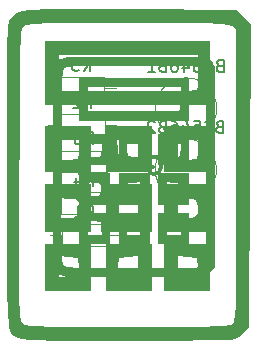
<source format=gbr>
%TF.GenerationSoftware,KiCad,Pcbnew,7.0.7*%
%TF.CreationDate,2023-10-16T17:51:31+02:00*%
%TF.ProjectId,bc546b-astable-multivibrator,62633534-3662-42d6-9173-7461626c652d,0*%
%TF.SameCoordinates,Original*%
%TF.FileFunction,Legend,Bot*%
%TF.FilePolarity,Positive*%
%FSLAX46Y46*%
G04 Gerber Fmt 4.6, Leading zero omitted, Abs format (unit mm)*
G04 Created by KiCad (PCBNEW 7.0.7) date 2023-10-16 17:51:31*
%MOMM*%
%LPD*%
G01*
G04 APERTURE LIST*
%ADD10C,0.150000*%
%ADD11C,0.300000*%
%ADD12C,0.120000*%
G04 APERTURE END LIST*
D10*
X93376666Y-73134819D02*
X93709999Y-72658628D01*
X93948094Y-73134819D02*
X93948094Y-72134819D01*
X93948094Y-72134819D02*
X93567142Y-72134819D01*
X93567142Y-72134819D02*
X93471904Y-72182438D01*
X93471904Y-72182438D02*
X93424285Y-72230057D01*
X93424285Y-72230057D02*
X93376666Y-72325295D01*
X93376666Y-72325295D02*
X93376666Y-72468152D01*
X93376666Y-72468152D02*
X93424285Y-72563390D01*
X93424285Y-72563390D02*
X93471904Y-72611009D01*
X93471904Y-72611009D02*
X93567142Y-72658628D01*
X93567142Y-72658628D02*
X93948094Y-72658628D01*
X92424285Y-73134819D02*
X92995713Y-73134819D01*
X92709999Y-73134819D02*
X92709999Y-72134819D01*
X92709999Y-72134819D02*
X92805237Y-72277676D01*
X92805237Y-72277676D02*
X92900475Y-72372914D01*
X92900475Y-72372914D02*
X92995713Y-72420533D01*
X93356666Y-70434819D02*
X93689999Y-69958628D01*
X93928094Y-70434819D02*
X93928094Y-69434819D01*
X93928094Y-69434819D02*
X93547142Y-69434819D01*
X93547142Y-69434819D02*
X93451904Y-69482438D01*
X93451904Y-69482438D02*
X93404285Y-69530057D01*
X93404285Y-69530057D02*
X93356666Y-69625295D01*
X93356666Y-69625295D02*
X93356666Y-69768152D01*
X93356666Y-69768152D02*
X93404285Y-69863390D01*
X93404285Y-69863390D02*
X93451904Y-69911009D01*
X93451904Y-69911009D02*
X93547142Y-69958628D01*
X93547142Y-69958628D02*
X93928094Y-69958628D01*
X92499523Y-69768152D02*
X92499523Y-70434819D01*
X92737618Y-69387200D02*
X92975713Y-70101485D01*
X92975713Y-70101485D02*
X92356666Y-70101485D01*
D11*
X98821427Y-68049757D02*
X98964285Y-67978328D01*
X98964285Y-67978328D02*
X99178570Y-67978328D01*
X99178570Y-67978328D02*
X99392856Y-68049757D01*
X99392856Y-68049757D02*
X99535713Y-68192614D01*
X99535713Y-68192614D02*
X99607142Y-68335471D01*
X99607142Y-68335471D02*
X99678570Y-68621185D01*
X99678570Y-68621185D02*
X99678570Y-68835471D01*
X99678570Y-68835471D02*
X99607142Y-69121185D01*
X99607142Y-69121185D02*
X99535713Y-69264042D01*
X99535713Y-69264042D02*
X99392856Y-69406900D01*
X99392856Y-69406900D02*
X99178570Y-69478328D01*
X99178570Y-69478328D02*
X99035713Y-69478328D01*
X99035713Y-69478328D02*
X98821427Y-69406900D01*
X98821427Y-69406900D02*
X98749999Y-69335471D01*
X98749999Y-69335471D02*
X98749999Y-68835471D01*
X98749999Y-68835471D02*
X99035713Y-68835471D01*
X97892856Y-67978328D02*
X97892856Y-68335471D01*
X98249999Y-68192614D02*
X97892856Y-68335471D01*
X97892856Y-68335471D02*
X97535713Y-68192614D01*
X98107142Y-68621185D02*
X97892856Y-68335471D01*
X97892856Y-68335471D02*
X97678570Y-68621185D01*
X96749999Y-67978328D02*
X96749999Y-68335471D01*
X97107142Y-68192614D02*
X96749999Y-68335471D01*
X96749999Y-68335471D02*
X96392856Y-68192614D01*
X96964285Y-68621185D02*
X96749999Y-68335471D01*
X96749999Y-68335471D02*
X96535713Y-68621185D01*
X95607142Y-67978328D02*
X95607142Y-68335471D01*
X95964285Y-68192614D02*
X95607142Y-68335471D01*
X95607142Y-68335471D02*
X95249999Y-68192614D01*
X95821428Y-68621185D02*
X95607142Y-68335471D01*
X95607142Y-68335471D02*
X95392856Y-68621185D01*
D10*
X104663333Y-60271009D02*
X104520476Y-60318628D01*
X104520476Y-60318628D02*
X104472857Y-60366247D01*
X104472857Y-60366247D02*
X104425238Y-60461485D01*
X104425238Y-60461485D02*
X104425238Y-60604342D01*
X104425238Y-60604342D02*
X104472857Y-60699580D01*
X104472857Y-60699580D02*
X104520476Y-60747200D01*
X104520476Y-60747200D02*
X104615714Y-60794819D01*
X104615714Y-60794819D02*
X104996666Y-60794819D01*
X104996666Y-60794819D02*
X104996666Y-59794819D01*
X104996666Y-59794819D02*
X104663333Y-59794819D01*
X104663333Y-59794819D02*
X104568095Y-59842438D01*
X104568095Y-59842438D02*
X104520476Y-59890057D01*
X104520476Y-59890057D02*
X104472857Y-59985295D01*
X104472857Y-59985295D02*
X104472857Y-60080533D01*
X104472857Y-60080533D02*
X104520476Y-60175771D01*
X104520476Y-60175771D02*
X104568095Y-60223390D01*
X104568095Y-60223390D02*
X104663333Y-60271009D01*
X104663333Y-60271009D02*
X104996666Y-60271009D01*
X103425238Y-60699580D02*
X103472857Y-60747200D01*
X103472857Y-60747200D02*
X103615714Y-60794819D01*
X103615714Y-60794819D02*
X103710952Y-60794819D01*
X103710952Y-60794819D02*
X103853809Y-60747200D01*
X103853809Y-60747200D02*
X103949047Y-60651961D01*
X103949047Y-60651961D02*
X103996666Y-60556723D01*
X103996666Y-60556723D02*
X104044285Y-60366247D01*
X104044285Y-60366247D02*
X104044285Y-60223390D01*
X104044285Y-60223390D02*
X103996666Y-60032914D01*
X103996666Y-60032914D02*
X103949047Y-59937676D01*
X103949047Y-59937676D02*
X103853809Y-59842438D01*
X103853809Y-59842438D02*
X103710952Y-59794819D01*
X103710952Y-59794819D02*
X103615714Y-59794819D01*
X103615714Y-59794819D02*
X103472857Y-59842438D01*
X103472857Y-59842438D02*
X103425238Y-59890057D01*
X102520476Y-59794819D02*
X102996666Y-59794819D01*
X102996666Y-59794819D02*
X103044285Y-60271009D01*
X103044285Y-60271009D02*
X102996666Y-60223390D01*
X102996666Y-60223390D02*
X102901428Y-60175771D01*
X102901428Y-60175771D02*
X102663333Y-60175771D01*
X102663333Y-60175771D02*
X102568095Y-60223390D01*
X102568095Y-60223390D02*
X102520476Y-60271009D01*
X102520476Y-60271009D02*
X102472857Y-60366247D01*
X102472857Y-60366247D02*
X102472857Y-60604342D01*
X102472857Y-60604342D02*
X102520476Y-60699580D01*
X102520476Y-60699580D02*
X102568095Y-60747200D01*
X102568095Y-60747200D02*
X102663333Y-60794819D01*
X102663333Y-60794819D02*
X102901428Y-60794819D01*
X102901428Y-60794819D02*
X102996666Y-60747200D01*
X102996666Y-60747200D02*
X103044285Y-60699580D01*
X101615714Y-60128152D02*
X101615714Y-60794819D01*
X101853809Y-59747200D02*
X102091904Y-60461485D01*
X102091904Y-60461485D02*
X101472857Y-60461485D01*
X100663333Y-59794819D02*
X100853809Y-59794819D01*
X100853809Y-59794819D02*
X100949047Y-59842438D01*
X100949047Y-59842438D02*
X100996666Y-59890057D01*
X100996666Y-59890057D02*
X101091904Y-60032914D01*
X101091904Y-60032914D02*
X101139523Y-60223390D01*
X101139523Y-60223390D02*
X101139523Y-60604342D01*
X101139523Y-60604342D02*
X101091904Y-60699580D01*
X101091904Y-60699580D02*
X101044285Y-60747200D01*
X101044285Y-60747200D02*
X100949047Y-60794819D01*
X100949047Y-60794819D02*
X100758571Y-60794819D01*
X100758571Y-60794819D02*
X100663333Y-60747200D01*
X100663333Y-60747200D02*
X100615714Y-60699580D01*
X100615714Y-60699580D02*
X100568095Y-60604342D01*
X100568095Y-60604342D02*
X100568095Y-60366247D01*
X100568095Y-60366247D02*
X100615714Y-60271009D01*
X100615714Y-60271009D02*
X100663333Y-60223390D01*
X100663333Y-60223390D02*
X100758571Y-60175771D01*
X100758571Y-60175771D02*
X100949047Y-60175771D01*
X100949047Y-60175771D02*
X101044285Y-60223390D01*
X101044285Y-60223390D02*
X101091904Y-60271009D01*
X101091904Y-60271009D02*
X101139523Y-60366247D01*
X99806190Y-60271009D02*
X99663333Y-60318628D01*
X99663333Y-60318628D02*
X99615714Y-60366247D01*
X99615714Y-60366247D02*
X99568095Y-60461485D01*
X99568095Y-60461485D02*
X99568095Y-60604342D01*
X99568095Y-60604342D02*
X99615714Y-60699580D01*
X99615714Y-60699580D02*
X99663333Y-60747200D01*
X99663333Y-60747200D02*
X99758571Y-60794819D01*
X99758571Y-60794819D02*
X100139523Y-60794819D01*
X100139523Y-60794819D02*
X100139523Y-59794819D01*
X100139523Y-59794819D02*
X99806190Y-59794819D01*
X99806190Y-59794819D02*
X99710952Y-59842438D01*
X99710952Y-59842438D02*
X99663333Y-59890057D01*
X99663333Y-59890057D02*
X99615714Y-59985295D01*
X99615714Y-59985295D02*
X99615714Y-60080533D01*
X99615714Y-60080533D02*
X99663333Y-60175771D01*
X99663333Y-60175771D02*
X99710952Y-60223390D01*
X99710952Y-60223390D02*
X99806190Y-60271009D01*
X99806190Y-60271009D02*
X100139523Y-60271009D01*
X98615714Y-60794819D02*
X99187142Y-60794819D01*
X98901428Y-60794819D02*
X98901428Y-59794819D01*
X98901428Y-59794819D02*
X98996666Y-59937676D01*
X98996666Y-59937676D02*
X99091904Y-60032914D01*
X99091904Y-60032914D02*
X99187142Y-60080533D01*
X93356666Y-66934819D02*
X93689999Y-66458628D01*
X93928094Y-66934819D02*
X93928094Y-65934819D01*
X93928094Y-65934819D02*
X93547142Y-65934819D01*
X93547142Y-65934819D02*
X93451904Y-65982438D01*
X93451904Y-65982438D02*
X93404285Y-66030057D01*
X93404285Y-66030057D02*
X93356666Y-66125295D01*
X93356666Y-66125295D02*
X93356666Y-66268152D01*
X93356666Y-66268152D02*
X93404285Y-66363390D01*
X93404285Y-66363390D02*
X93451904Y-66411009D01*
X93451904Y-66411009D02*
X93547142Y-66458628D01*
X93547142Y-66458628D02*
X93928094Y-66458628D01*
X92499523Y-65934819D02*
X92689999Y-65934819D01*
X92689999Y-65934819D02*
X92785237Y-65982438D01*
X92785237Y-65982438D02*
X92832856Y-66030057D01*
X92832856Y-66030057D02*
X92928094Y-66172914D01*
X92928094Y-66172914D02*
X92975713Y-66363390D01*
X92975713Y-66363390D02*
X92975713Y-66744342D01*
X92975713Y-66744342D02*
X92928094Y-66839580D01*
X92928094Y-66839580D02*
X92880475Y-66887200D01*
X92880475Y-66887200D02*
X92785237Y-66934819D01*
X92785237Y-66934819D02*
X92594761Y-66934819D01*
X92594761Y-66934819D02*
X92499523Y-66887200D01*
X92499523Y-66887200D02*
X92451904Y-66839580D01*
X92451904Y-66839580D02*
X92404285Y-66744342D01*
X92404285Y-66744342D02*
X92404285Y-66506247D01*
X92404285Y-66506247D02*
X92451904Y-66411009D01*
X92451904Y-66411009D02*
X92499523Y-66363390D01*
X92499523Y-66363390D02*
X92594761Y-66315771D01*
X92594761Y-66315771D02*
X92785237Y-66315771D01*
X92785237Y-66315771D02*
X92880475Y-66363390D01*
X92880475Y-66363390D02*
X92928094Y-66411009D01*
X92928094Y-66411009D02*
X92975713Y-66506247D01*
X93156666Y-60734819D02*
X93489999Y-60258628D01*
X93728094Y-60734819D02*
X93728094Y-59734819D01*
X93728094Y-59734819D02*
X93347142Y-59734819D01*
X93347142Y-59734819D02*
X93251904Y-59782438D01*
X93251904Y-59782438D02*
X93204285Y-59830057D01*
X93204285Y-59830057D02*
X93156666Y-59925295D01*
X93156666Y-59925295D02*
X93156666Y-60068152D01*
X93156666Y-60068152D02*
X93204285Y-60163390D01*
X93204285Y-60163390D02*
X93251904Y-60211009D01*
X93251904Y-60211009D02*
X93347142Y-60258628D01*
X93347142Y-60258628D02*
X93728094Y-60258628D01*
X92251904Y-59734819D02*
X92728094Y-59734819D01*
X92728094Y-59734819D02*
X92775713Y-60211009D01*
X92775713Y-60211009D02*
X92728094Y-60163390D01*
X92728094Y-60163390D02*
X92632856Y-60115771D01*
X92632856Y-60115771D02*
X92394761Y-60115771D01*
X92394761Y-60115771D02*
X92299523Y-60163390D01*
X92299523Y-60163390D02*
X92251904Y-60211009D01*
X92251904Y-60211009D02*
X92204285Y-60306247D01*
X92204285Y-60306247D02*
X92204285Y-60544342D01*
X92204285Y-60544342D02*
X92251904Y-60639580D01*
X92251904Y-60639580D02*
X92299523Y-60687200D01*
X92299523Y-60687200D02*
X92394761Y-60734819D01*
X92394761Y-60734819D02*
X92632856Y-60734819D01*
X92632856Y-60734819D02*
X92728094Y-60687200D01*
X92728094Y-60687200D02*
X92775713Y-60639580D01*
X93166666Y-63834819D02*
X93499999Y-63358628D01*
X93738094Y-63834819D02*
X93738094Y-62834819D01*
X93738094Y-62834819D02*
X93357142Y-62834819D01*
X93357142Y-62834819D02*
X93261904Y-62882438D01*
X93261904Y-62882438D02*
X93214285Y-62930057D01*
X93214285Y-62930057D02*
X93166666Y-63025295D01*
X93166666Y-63025295D02*
X93166666Y-63168152D01*
X93166666Y-63168152D02*
X93214285Y-63263390D01*
X93214285Y-63263390D02*
X93261904Y-63311009D01*
X93261904Y-63311009D02*
X93357142Y-63358628D01*
X93357142Y-63358628D02*
X93738094Y-63358628D01*
X92785713Y-62930057D02*
X92738094Y-62882438D01*
X92738094Y-62882438D02*
X92642856Y-62834819D01*
X92642856Y-62834819D02*
X92404761Y-62834819D01*
X92404761Y-62834819D02*
X92309523Y-62882438D01*
X92309523Y-62882438D02*
X92261904Y-62930057D01*
X92261904Y-62930057D02*
X92214285Y-63025295D01*
X92214285Y-63025295D02*
X92214285Y-63120533D01*
X92214285Y-63120533D02*
X92261904Y-63263390D01*
X92261904Y-63263390D02*
X92833332Y-63834819D01*
X92833332Y-63834819D02*
X92214285Y-63834819D01*
X104633333Y-65441009D02*
X104490476Y-65488628D01*
X104490476Y-65488628D02*
X104442857Y-65536247D01*
X104442857Y-65536247D02*
X104395238Y-65631485D01*
X104395238Y-65631485D02*
X104395238Y-65774342D01*
X104395238Y-65774342D02*
X104442857Y-65869580D01*
X104442857Y-65869580D02*
X104490476Y-65917200D01*
X104490476Y-65917200D02*
X104585714Y-65964819D01*
X104585714Y-65964819D02*
X104966666Y-65964819D01*
X104966666Y-65964819D02*
X104966666Y-64964819D01*
X104966666Y-64964819D02*
X104633333Y-64964819D01*
X104633333Y-64964819D02*
X104538095Y-65012438D01*
X104538095Y-65012438D02*
X104490476Y-65060057D01*
X104490476Y-65060057D02*
X104442857Y-65155295D01*
X104442857Y-65155295D02*
X104442857Y-65250533D01*
X104442857Y-65250533D02*
X104490476Y-65345771D01*
X104490476Y-65345771D02*
X104538095Y-65393390D01*
X104538095Y-65393390D02*
X104633333Y-65441009D01*
X104633333Y-65441009D02*
X104966666Y-65441009D01*
X103395238Y-65869580D02*
X103442857Y-65917200D01*
X103442857Y-65917200D02*
X103585714Y-65964819D01*
X103585714Y-65964819D02*
X103680952Y-65964819D01*
X103680952Y-65964819D02*
X103823809Y-65917200D01*
X103823809Y-65917200D02*
X103919047Y-65821961D01*
X103919047Y-65821961D02*
X103966666Y-65726723D01*
X103966666Y-65726723D02*
X104014285Y-65536247D01*
X104014285Y-65536247D02*
X104014285Y-65393390D01*
X104014285Y-65393390D02*
X103966666Y-65202914D01*
X103966666Y-65202914D02*
X103919047Y-65107676D01*
X103919047Y-65107676D02*
X103823809Y-65012438D01*
X103823809Y-65012438D02*
X103680952Y-64964819D01*
X103680952Y-64964819D02*
X103585714Y-64964819D01*
X103585714Y-64964819D02*
X103442857Y-65012438D01*
X103442857Y-65012438D02*
X103395238Y-65060057D01*
X102490476Y-64964819D02*
X102966666Y-64964819D01*
X102966666Y-64964819D02*
X103014285Y-65441009D01*
X103014285Y-65441009D02*
X102966666Y-65393390D01*
X102966666Y-65393390D02*
X102871428Y-65345771D01*
X102871428Y-65345771D02*
X102633333Y-65345771D01*
X102633333Y-65345771D02*
X102538095Y-65393390D01*
X102538095Y-65393390D02*
X102490476Y-65441009D01*
X102490476Y-65441009D02*
X102442857Y-65536247D01*
X102442857Y-65536247D02*
X102442857Y-65774342D01*
X102442857Y-65774342D02*
X102490476Y-65869580D01*
X102490476Y-65869580D02*
X102538095Y-65917200D01*
X102538095Y-65917200D02*
X102633333Y-65964819D01*
X102633333Y-65964819D02*
X102871428Y-65964819D01*
X102871428Y-65964819D02*
X102966666Y-65917200D01*
X102966666Y-65917200D02*
X103014285Y-65869580D01*
X101585714Y-65298152D02*
X101585714Y-65964819D01*
X101823809Y-64917200D02*
X102061904Y-65631485D01*
X102061904Y-65631485D02*
X101442857Y-65631485D01*
X100633333Y-64964819D02*
X100823809Y-64964819D01*
X100823809Y-64964819D02*
X100919047Y-65012438D01*
X100919047Y-65012438D02*
X100966666Y-65060057D01*
X100966666Y-65060057D02*
X101061904Y-65202914D01*
X101061904Y-65202914D02*
X101109523Y-65393390D01*
X101109523Y-65393390D02*
X101109523Y-65774342D01*
X101109523Y-65774342D02*
X101061904Y-65869580D01*
X101061904Y-65869580D02*
X101014285Y-65917200D01*
X101014285Y-65917200D02*
X100919047Y-65964819D01*
X100919047Y-65964819D02*
X100728571Y-65964819D01*
X100728571Y-65964819D02*
X100633333Y-65917200D01*
X100633333Y-65917200D02*
X100585714Y-65869580D01*
X100585714Y-65869580D02*
X100538095Y-65774342D01*
X100538095Y-65774342D02*
X100538095Y-65536247D01*
X100538095Y-65536247D02*
X100585714Y-65441009D01*
X100585714Y-65441009D02*
X100633333Y-65393390D01*
X100633333Y-65393390D02*
X100728571Y-65345771D01*
X100728571Y-65345771D02*
X100919047Y-65345771D01*
X100919047Y-65345771D02*
X101014285Y-65393390D01*
X101014285Y-65393390D02*
X101061904Y-65441009D01*
X101061904Y-65441009D02*
X101109523Y-65536247D01*
X99776190Y-65441009D02*
X99633333Y-65488628D01*
X99633333Y-65488628D02*
X99585714Y-65536247D01*
X99585714Y-65536247D02*
X99538095Y-65631485D01*
X99538095Y-65631485D02*
X99538095Y-65774342D01*
X99538095Y-65774342D02*
X99585714Y-65869580D01*
X99585714Y-65869580D02*
X99633333Y-65917200D01*
X99633333Y-65917200D02*
X99728571Y-65964819D01*
X99728571Y-65964819D02*
X100109523Y-65964819D01*
X100109523Y-65964819D02*
X100109523Y-64964819D01*
X100109523Y-64964819D02*
X99776190Y-64964819D01*
X99776190Y-64964819D02*
X99680952Y-65012438D01*
X99680952Y-65012438D02*
X99633333Y-65060057D01*
X99633333Y-65060057D02*
X99585714Y-65155295D01*
X99585714Y-65155295D02*
X99585714Y-65250533D01*
X99585714Y-65250533D02*
X99633333Y-65345771D01*
X99633333Y-65345771D02*
X99680952Y-65393390D01*
X99680952Y-65393390D02*
X99776190Y-65441009D01*
X99776190Y-65441009D02*
X100109523Y-65441009D01*
X99157142Y-65060057D02*
X99109523Y-65012438D01*
X99109523Y-65012438D02*
X99014285Y-64964819D01*
X99014285Y-64964819D02*
X98776190Y-64964819D01*
X98776190Y-64964819D02*
X98680952Y-65012438D01*
X98680952Y-65012438D02*
X98633333Y-65060057D01*
X98633333Y-65060057D02*
X98585714Y-65155295D01*
X98585714Y-65155295D02*
X98585714Y-65250533D01*
X98585714Y-65250533D02*
X98633333Y-65393390D01*
X98633333Y-65393390D02*
X99204761Y-65964819D01*
X99204761Y-65964819D02*
X98585714Y-65964819D01*
D12*
%TO.C,R1*%
X96080000Y-74600000D02*
X95130000Y-74600000D01*
X95130000Y-75520000D02*
X91290000Y-75520000D01*
X95130000Y-73680000D02*
X95130000Y-75520000D01*
X91290000Y-75520000D02*
X91290000Y-73680000D01*
X91290000Y-73680000D02*
X95130000Y-73680000D01*
X90340000Y-74600000D02*
X91290000Y-74600000D01*
%TO.C,R4*%
X96060000Y-71900000D02*
X95110000Y-71900000D01*
X95110000Y-72820000D02*
X91270000Y-72820000D01*
X95110000Y-70980000D02*
X95110000Y-72820000D01*
X91270000Y-72820000D02*
X91270000Y-70980000D01*
X91270000Y-70980000D02*
X95110000Y-70980000D01*
X90320000Y-71900000D02*
X91270000Y-71900000D01*
%TO.C,G\u002A\u002A\u002A*%
G36*
X102035714Y-75376786D02*
G01*
X100731696Y-75376786D01*
X99427679Y-75376786D01*
X99427679Y-74583036D01*
X100221429Y-74583036D01*
X100794606Y-74583036D01*
X101367783Y-74583036D01*
X101333222Y-74044420D01*
X101298661Y-73505804D01*
X100760045Y-73471242D01*
X100221429Y-73436681D01*
X100221429Y-74009858D01*
X100221429Y-74583036D01*
X99427679Y-74583036D01*
X99427679Y-74072768D01*
X99427679Y-72768750D01*
X100731696Y-72768750D01*
X102035714Y-72768750D01*
X102035714Y-74072768D01*
X102035714Y-74583036D01*
X102035714Y-75376786D01*
G37*
G36*
X98747321Y-74072768D02*
G01*
X98747321Y-75376786D01*
X97443304Y-75376786D01*
X96139286Y-75376786D01*
X96139286Y-74583036D01*
X96807217Y-74583036D01*
X97380394Y-74583036D01*
X97953571Y-74583036D01*
X97953571Y-74009858D01*
X97953571Y-73436681D01*
X97414955Y-73471242D01*
X96876339Y-73505804D01*
X96841778Y-74044420D01*
X96807217Y-74583036D01*
X96139286Y-74583036D01*
X96139286Y-74072768D01*
X96139286Y-72768750D01*
X97443304Y-72768750D01*
X98747321Y-72768750D01*
X98747321Y-73436681D01*
X98747321Y-74072768D01*
G37*
G36*
X98747321Y-70727679D02*
G01*
X98747321Y-72088393D01*
X97443304Y-72088393D01*
X96139286Y-72088393D01*
X96139286Y-71237946D01*
X96876339Y-71237946D01*
X97414955Y-71272508D01*
X97953571Y-71307069D01*
X97953571Y-70727679D01*
X97953571Y-70148288D01*
X97414955Y-70182849D01*
X96876339Y-70217411D01*
X96876339Y-70727679D01*
X96876339Y-71237946D01*
X96139286Y-71237946D01*
X96139286Y-70727679D01*
X96139286Y-69366964D01*
X97443304Y-69366964D01*
X98747321Y-69366964D01*
X98747321Y-70148288D01*
X98747321Y-70727679D01*
G37*
G36*
X98747321Y-67382589D02*
G01*
X98747321Y-68686607D01*
X97443304Y-68686607D01*
X96139286Y-68686607D01*
X96139286Y-67382589D01*
X96139286Y-66872321D01*
X96807217Y-66872321D01*
X96841778Y-67410937D01*
X96876339Y-67949554D01*
X97414955Y-67984115D01*
X97953571Y-68018676D01*
X97953571Y-67445499D01*
X97953571Y-66872321D01*
X97380394Y-66872321D01*
X96807217Y-66872321D01*
X96139286Y-66872321D01*
X96139286Y-66078571D01*
X97443304Y-66078571D01*
X98747321Y-66078571D01*
X98747321Y-66872321D01*
X98747321Y-67382589D01*
G37*
G36*
X95345536Y-75376786D02*
G01*
X94041518Y-75376786D01*
X92737500Y-75376786D01*
X92737500Y-74583036D01*
X93531250Y-74583036D01*
X94104427Y-74583036D01*
X94677605Y-74583036D01*
X94643043Y-74044420D01*
X94608482Y-73505804D01*
X94069866Y-73471242D01*
X93531250Y-73436681D01*
X93531250Y-74009858D01*
X93531250Y-74583036D01*
X92737500Y-74583036D01*
X92737500Y-74072768D01*
X92737500Y-72768750D01*
X94041518Y-72768750D01*
X95345536Y-72768750D01*
X95345536Y-74072768D01*
X95345536Y-74583036D01*
X95345536Y-75376786D01*
G37*
G36*
X102035714Y-72088393D02*
G01*
X100731696Y-72088393D01*
X99427679Y-72088393D01*
X99427679Y-71294643D01*
X100221429Y-71294643D01*
X100735255Y-71294643D01*
X101011046Y-71281080D01*
X101248943Y-71192485D01*
X101343436Y-70980068D01*
X101334998Y-70596732D01*
X101315163Y-70434585D01*
X101249792Y-70282275D01*
X101086143Y-70213761D01*
X100760045Y-70182849D01*
X100221429Y-70148288D01*
X100221429Y-70721466D01*
X100221429Y-71294643D01*
X99427679Y-71294643D01*
X99427679Y-70727679D01*
X99427679Y-69366964D01*
X100731696Y-69366964D01*
X102035714Y-69366964D01*
X102035714Y-70727679D01*
X102035714Y-70980068D01*
X102035714Y-72088393D01*
G37*
G36*
X102035714Y-67382589D02*
G01*
X102035714Y-68686607D01*
X100731696Y-68686607D01*
X99427679Y-68686607D01*
X99427679Y-68006250D01*
X100221429Y-68006250D01*
X100712798Y-68006250D01*
X100839652Y-68003781D01*
X101128743Y-67977134D01*
X101279762Y-67930655D01*
X101298898Y-67895468D01*
X101339274Y-67681888D01*
X101355357Y-67363690D01*
X101355357Y-66872321D01*
X100788393Y-66872321D01*
X100221429Y-66872321D01*
X100221429Y-67439286D01*
X100221429Y-68006250D01*
X99427679Y-68006250D01*
X99427679Y-67382589D01*
X99427679Y-66078571D01*
X100731696Y-66078571D01*
X102035714Y-66078571D01*
X102035714Y-66872321D01*
X102035714Y-67382589D01*
G37*
G36*
X95345536Y-72088393D02*
G01*
X94041518Y-72088393D01*
X92737500Y-72088393D01*
X92737500Y-71294643D01*
X93531250Y-71294643D01*
X94045077Y-71294643D01*
X94320867Y-71281080D01*
X94558764Y-71192485D01*
X94653258Y-70980068D01*
X94644820Y-70596732D01*
X94624984Y-70434585D01*
X94559613Y-70282275D01*
X94395965Y-70213761D01*
X94069866Y-70182849D01*
X93531250Y-70148288D01*
X93531250Y-70721466D01*
X93531250Y-71294643D01*
X92737500Y-71294643D01*
X92737500Y-70727679D01*
X92737500Y-69366964D01*
X94041518Y-69366964D01*
X95345536Y-69366964D01*
X95345536Y-70727679D01*
X95345536Y-70980068D01*
X95345536Y-72088393D01*
G37*
G36*
X95345536Y-67382589D02*
G01*
X95345536Y-68686607D01*
X94041518Y-68686607D01*
X92737500Y-68686607D01*
X92737500Y-68006250D01*
X93531250Y-68006250D01*
X94022619Y-68006250D01*
X94149474Y-68003781D01*
X94438565Y-67977134D01*
X94589583Y-67930655D01*
X94608720Y-67895468D01*
X94649096Y-67681888D01*
X94665179Y-67363690D01*
X94665179Y-66872321D01*
X94098214Y-66872321D01*
X93531250Y-66872321D01*
X93531250Y-67439286D01*
X93531250Y-68006250D01*
X92737500Y-68006250D01*
X92737500Y-67382589D01*
X92737500Y-66078571D01*
X94041518Y-66078571D01*
X95345536Y-66078571D01*
X95345536Y-66872321D01*
X95345536Y-67382589D01*
G37*
G36*
X102035714Y-63130357D02*
G01*
X102035714Y-64944643D01*
X97386607Y-64944643D01*
X92737500Y-64944643D01*
X92737500Y-64150893D01*
X93531250Y-64150893D01*
X97367708Y-64150893D01*
X98051088Y-64149688D01*
X98910592Y-64144528D01*
X99677259Y-64135783D01*
X100324298Y-64123969D01*
X100824921Y-64109606D01*
X101152339Y-64093209D01*
X101279762Y-64075298D01*
X101291694Y-64051524D01*
X101324182Y-63849320D01*
X101346843Y-63497623D01*
X101355357Y-63054762D01*
X101355357Y-62109821D01*
X97443304Y-62109821D01*
X93531250Y-62109821D01*
X93531250Y-63130357D01*
X93531250Y-64150893D01*
X92737500Y-64150893D01*
X92737500Y-63130357D01*
X92737500Y-61316071D01*
X97386607Y-61316071D01*
X102035714Y-61316071D01*
X102035714Y-62109821D01*
X102035714Y-63130357D01*
G37*
G36*
X104277334Y-68904934D02*
G01*
X104246875Y-77399664D01*
X103963393Y-77704643D01*
X103942470Y-77726768D01*
X103684422Y-77957014D01*
X103453125Y-78103427D01*
X103431041Y-78108743D01*
X103215487Y-78126870D01*
X102801836Y-78143981D01*
X102212400Y-78159702D01*
X101469489Y-78173661D01*
X100595414Y-78185485D01*
X99612488Y-78194801D01*
X98543021Y-78201237D01*
X97409324Y-78204420D01*
X96949424Y-78204908D01*
X95692691Y-78205083D01*
X94638187Y-78202904D01*
X93767432Y-78197884D01*
X93061943Y-78189533D01*
X92503238Y-78177363D01*
X92072838Y-78160888D01*
X91752260Y-78139619D01*
X91523023Y-78113067D01*
X91366645Y-78080745D01*
X91264645Y-78042165D01*
X91240879Y-78030052D01*
X91118677Y-77970879D01*
X91012580Y-77914489D01*
X90921455Y-77845578D01*
X90844166Y-77748841D01*
X90779580Y-77608973D01*
X90726561Y-77410671D01*
X90683977Y-77138630D01*
X90650691Y-76777545D01*
X90625569Y-76312112D01*
X90607478Y-75727027D01*
X90595283Y-75006984D01*
X90587849Y-74136680D01*
X90584997Y-73360871D01*
X91276109Y-73360871D01*
X91276643Y-74247101D01*
X91279797Y-74978103D01*
X91285949Y-75569737D01*
X91295471Y-76037864D01*
X91308739Y-76398345D01*
X91326127Y-76667041D01*
X91348010Y-76859814D01*
X91374763Y-76992523D01*
X91406761Y-77081029D01*
X91444377Y-77141195D01*
X91487988Y-77188880D01*
X91544980Y-77240109D01*
X91617836Y-77283301D01*
X91725429Y-77318865D01*
X91886964Y-77347541D01*
X92121645Y-77370069D01*
X92448678Y-77387191D01*
X92887267Y-77399647D01*
X93456618Y-77408178D01*
X94175934Y-77413523D01*
X95064422Y-77416425D01*
X96141285Y-77417622D01*
X97425729Y-77417857D01*
X98177306Y-77417754D01*
X99345257Y-77416790D01*
X100316135Y-77414256D01*
X101108949Y-77409483D01*
X101742707Y-77401803D01*
X102236418Y-77390548D01*
X102609090Y-77375048D01*
X102879731Y-77354636D01*
X103067350Y-77328642D01*
X103190955Y-77296399D01*
X103269555Y-77257238D01*
X103322158Y-77210491D01*
X103334143Y-77195922D01*
X103368518Y-77132082D01*
X103398135Y-77028824D01*
X103423343Y-76870535D01*
X103444492Y-76641601D01*
X103461931Y-76326408D01*
X103476009Y-75909341D01*
X103487077Y-75374787D01*
X103495483Y-74707132D01*
X103501576Y-73890762D01*
X103505708Y-72910062D01*
X103508226Y-71749420D01*
X103509481Y-70393220D01*
X103509822Y-68825849D01*
X103509822Y-60648574D01*
X103257805Y-60472055D01*
X103223453Y-60451474D01*
X103122096Y-60414191D01*
X102963800Y-60383240D01*
X102729693Y-60358053D01*
X102400905Y-60338065D01*
X101958563Y-60322707D01*
X101383796Y-60311413D01*
X100657733Y-60303616D01*
X99761501Y-60298749D01*
X98676231Y-60296244D01*
X97383049Y-60295536D01*
X96213490Y-60296244D01*
X95090368Y-60299043D01*
X94160145Y-60304437D01*
X93404852Y-60312922D01*
X92806516Y-60324993D01*
X92347166Y-60341144D01*
X92008830Y-60361871D01*
X91773539Y-60387668D01*
X91623319Y-60419031D01*
X91540200Y-60456454D01*
X91528051Y-60465647D01*
X91487666Y-60505718D01*
X91452765Y-60568201D01*
X91422875Y-60668819D01*
X91397523Y-60823291D01*
X91376236Y-61047340D01*
X91358541Y-61356685D01*
X91343965Y-61767048D01*
X91332036Y-62294150D01*
X91322280Y-62953711D01*
X91314225Y-63761452D01*
X91307397Y-64733095D01*
X91301324Y-65884359D01*
X91295532Y-67230967D01*
X91289550Y-68788638D01*
X91286493Y-69612198D01*
X91281409Y-71059280D01*
X91277823Y-72303551D01*
X91276109Y-73360871D01*
X90584997Y-73360871D01*
X90584041Y-73100809D01*
X90582726Y-71884069D01*
X90582769Y-70471153D01*
X90583036Y-68846758D01*
X90583082Y-67843318D01*
X90583524Y-66381654D01*
X90584766Y-65121586D01*
X90587204Y-64047501D01*
X90591232Y-63143790D01*
X90597247Y-62394839D01*
X90605643Y-61785039D01*
X90616816Y-61298778D01*
X90631160Y-60920444D01*
X90649072Y-60634427D01*
X90670947Y-60425115D01*
X90697179Y-60276897D01*
X90728165Y-60174161D01*
X90764300Y-60101298D01*
X90805978Y-60042694D01*
X90889555Y-59939716D01*
X90989070Y-59838081D01*
X91109821Y-59753403D01*
X91270492Y-59684264D01*
X91489770Y-59629244D01*
X91786342Y-59586925D01*
X92178893Y-59555888D01*
X92686109Y-59534715D01*
X93326677Y-59521986D01*
X94119282Y-59516282D01*
X95082611Y-59516186D01*
X96235349Y-59520279D01*
X97596183Y-59527140D01*
X103527373Y-59558482D01*
X103917583Y-59984343D01*
X104307793Y-60410205D01*
X104277618Y-68825849D01*
X104277334Y-68904934D01*
G37*
%TO.C,BC546B1*%
X103630000Y-65750000D02*
X100030000Y-65750000D01*
X103668478Y-65738478D02*
G75*
G03*
X101830000Y-61300000I-1838478J1838478D01*
G01*
X101830000Y-61300000D02*
G75*
G03*
X99991522Y-65738478I0J-2600000D01*
G01*
%TO.C,G\u002A\u002A\u002A*%
G36*
X103868792Y-79337248D02*
G01*
X101908389Y-79337248D01*
X99947987Y-79337248D01*
X99947987Y-78143960D01*
X101141275Y-78143960D01*
X102002965Y-78143960D01*
X102864654Y-78143960D01*
X102812696Y-77334228D01*
X102760738Y-76524496D01*
X101951007Y-76472539D01*
X101141275Y-76420581D01*
X101141275Y-77282270D01*
X101141275Y-78143960D01*
X99947987Y-78143960D01*
X99947987Y-77376845D01*
X99947987Y-75416443D01*
X101908389Y-75416443D01*
X103868792Y-75416443D01*
X103868792Y-77376845D01*
X103868792Y-78143960D01*
X103868792Y-79337248D01*
G37*
G36*
X98925168Y-77376845D02*
G01*
X98925168Y-79337248D01*
X96964765Y-79337248D01*
X95004363Y-79337248D01*
X95004363Y-78143960D01*
X96008501Y-78143960D01*
X96870190Y-78143960D01*
X97731879Y-78143960D01*
X97731879Y-77282270D01*
X97731879Y-76420581D01*
X96922148Y-76472539D01*
X96112416Y-76524496D01*
X96060459Y-77334228D01*
X96008501Y-78143960D01*
X95004363Y-78143960D01*
X95004363Y-77376845D01*
X95004363Y-75416443D01*
X96964765Y-75416443D01*
X98925168Y-75416443D01*
X98925168Y-76420581D01*
X98925168Y-77376845D01*
G37*
G36*
X98925168Y-72347986D02*
G01*
X98925168Y-74393624D01*
X96964765Y-74393624D01*
X95004363Y-74393624D01*
X95004363Y-73115100D01*
X96112416Y-73115100D01*
X96922148Y-73167058D01*
X97731879Y-73219016D01*
X97731879Y-72347986D01*
X97731879Y-71476957D01*
X96922148Y-71528915D01*
X96112416Y-71580872D01*
X96112416Y-72347986D01*
X96112416Y-73115100D01*
X95004363Y-73115100D01*
X95004363Y-72347986D01*
X95004363Y-70302349D01*
X96964765Y-70302349D01*
X98925168Y-70302349D01*
X98925168Y-71476957D01*
X98925168Y-72347986D01*
G37*
G36*
X98925168Y-67319127D02*
G01*
X98925168Y-69279530D01*
X96964765Y-69279530D01*
X95004363Y-69279530D01*
X95004363Y-67319127D01*
X95004363Y-66552013D01*
X96008501Y-66552013D01*
X96060459Y-67361745D01*
X96112416Y-68171476D01*
X96922148Y-68223434D01*
X97731879Y-68275392D01*
X97731879Y-67413702D01*
X97731879Y-66552013D01*
X96870190Y-66552013D01*
X96008501Y-66552013D01*
X95004363Y-66552013D01*
X95004363Y-65358725D01*
X96964765Y-65358725D01*
X98925168Y-65358725D01*
X98925168Y-66552013D01*
X98925168Y-67319127D01*
G37*
G36*
X93811074Y-79337248D02*
G01*
X91850671Y-79337248D01*
X89890269Y-79337248D01*
X89890269Y-78143960D01*
X91083557Y-78143960D01*
X91945247Y-78143960D01*
X92806936Y-78143960D01*
X92754978Y-77334228D01*
X92703020Y-76524496D01*
X91893289Y-76472539D01*
X91083557Y-76420581D01*
X91083557Y-77282270D01*
X91083557Y-78143960D01*
X89890269Y-78143960D01*
X89890269Y-77376845D01*
X89890269Y-75416443D01*
X91850671Y-75416443D01*
X93811074Y-75416443D01*
X93811074Y-77376845D01*
X93811074Y-78143960D01*
X93811074Y-79337248D01*
G37*
G36*
X103868792Y-74393624D02*
G01*
X101908389Y-74393624D01*
X99947987Y-74393624D01*
X99947987Y-73200335D01*
X101141275Y-73200335D01*
X101913740Y-73200335D01*
X102328350Y-73179945D01*
X102685994Y-73046755D01*
X102828052Y-72727417D01*
X102815367Y-72151127D01*
X102785546Y-71907363D01*
X102687271Y-71678386D01*
X102441249Y-71575386D01*
X101951007Y-71528915D01*
X101141275Y-71476957D01*
X101141275Y-72338646D01*
X101141275Y-73200335D01*
X99947987Y-73200335D01*
X99947987Y-72347986D01*
X99947987Y-70302349D01*
X101908389Y-70302349D01*
X103868792Y-70302349D01*
X103868792Y-72347986D01*
X103868792Y-72727417D01*
X103868792Y-74393624D01*
G37*
G36*
X103868792Y-67319127D02*
G01*
X103868792Y-69279530D01*
X101908389Y-69279530D01*
X99947987Y-69279530D01*
X99947987Y-68256711D01*
X101141275Y-68256711D01*
X101879978Y-68256711D01*
X102070686Y-68252999D01*
X102505292Y-68212939D01*
X102732327Y-68143065D01*
X102761095Y-68090166D01*
X102821795Y-67769079D01*
X102845973Y-67290716D01*
X102845973Y-66552013D01*
X101993624Y-66552013D01*
X101141275Y-66552013D01*
X101141275Y-67404362D01*
X101141275Y-68256711D01*
X99947987Y-68256711D01*
X99947987Y-67319127D01*
X99947987Y-65358725D01*
X101908389Y-65358725D01*
X103868792Y-65358725D01*
X103868792Y-66552013D01*
X103868792Y-67319127D01*
G37*
G36*
X93811074Y-74393624D02*
G01*
X91850671Y-74393624D01*
X89890269Y-74393624D01*
X89890269Y-73200335D01*
X91083557Y-73200335D01*
X91856022Y-73200335D01*
X92270632Y-73179945D01*
X92628276Y-73046755D01*
X92770334Y-72727417D01*
X92757649Y-72151127D01*
X92727828Y-71907363D01*
X92629553Y-71678386D01*
X92383531Y-71575386D01*
X91893289Y-71528915D01*
X91083557Y-71476957D01*
X91083557Y-72338646D01*
X91083557Y-73200335D01*
X89890269Y-73200335D01*
X89890269Y-72347986D01*
X89890269Y-70302349D01*
X91850671Y-70302349D01*
X93811074Y-70302349D01*
X93811074Y-72347986D01*
X93811074Y-72727417D01*
X93811074Y-74393624D01*
G37*
G36*
X93811074Y-67319127D02*
G01*
X93811074Y-69279530D01*
X91850671Y-69279530D01*
X89890269Y-69279530D01*
X89890269Y-68256711D01*
X91083557Y-68256711D01*
X91822260Y-68256711D01*
X92012967Y-68252999D01*
X92447574Y-68212939D01*
X92674609Y-68143065D01*
X92703377Y-68090166D01*
X92764077Y-67769079D01*
X92788255Y-67290716D01*
X92788255Y-66552013D01*
X91935906Y-66552013D01*
X91083557Y-66552013D01*
X91083557Y-67404362D01*
X91083557Y-68256711D01*
X89890269Y-68256711D01*
X89890269Y-67319127D01*
X89890269Y-65358725D01*
X91850671Y-65358725D01*
X93811074Y-65358725D01*
X93811074Y-66552013D01*
X93811074Y-67319127D01*
G37*
G36*
X103868792Y-60926510D02*
G01*
X103868792Y-63654027D01*
X96879530Y-63654027D01*
X89890269Y-63654027D01*
X89890269Y-62460738D01*
X91083557Y-62460738D01*
X96851119Y-62460738D01*
X97878482Y-62458926D01*
X99170622Y-62451169D01*
X100323194Y-62438022D01*
X101295924Y-62420262D01*
X102048539Y-62398669D01*
X102540764Y-62374019D01*
X102732327Y-62347092D01*
X102750265Y-62311352D01*
X102799106Y-62007367D01*
X102833174Y-61478641D01*
X102845973Y-60812863D01*
X102845973Y-59392282D01*
X96964765Y-59392282D01*
X91083557Y-59392282D01*
X91083557Y-60926510D01*
X91083557Y-62460738D01*
X89890269Y-62460738D01*
X89890269Y-60926510D01*
X89890269Y-58198993D01*
X96879530Y-58198993D01*
X103868792Y-58198993D01*
X103868792Y-59392282D01*
X103868792Y-60926510D01*
G37*
G36*
X107238744Y-69607753D02*
G01*
X107192953Y-82378353D01*
X106766779Y-82836846D01*
X106735324Y-82870107D01*
X106347386Y-83216249D01*
X105999665Y-83436360D01*
X105966465Y-83444351D01*
X105642410Y-83471603D01*
X105020546Y-83497326D01*
X104134413Y-83520961D01*
X103017553Y-83541947D01*
X101703509Y-83559722D01*
X100225821Y-83573728D01*
X98618032Y-83583404D01*
X96913682Y-83588188D01*
X96222288Y-83588922D01*
X94332972Y-83589185D01*
X92747678Y-83585910D01*
X91438622Y-83578362D01*
X90378021Y-83565807D01*
X89538090Y-83547513D01*
X88891045Y-83522745D01*
X88409102Y-83490769D01*
X88064477Y-83450853D01*
X87829386Y-83402261D01*
X87676044Y-83344262D01*
X87640315Y-83326051D01*
X87456601Y-83237093D01*
X87297100Y-83152319D01*
X87160106Y-83048721D01*
X87043914Y-82903291D01*
X86946818Y-82693020D01*
X86867113Y-82394902D01*
X86803092Y-81985927D01*
X86753052Y-81443088D01*
X86715286Y-80743377D01*
X86688088Y-79863785D01*
X86669754Y-78781305D01*
X86658578Y-77472928D01*
X86654291Y-76306611D01*
X87693279Y-76306611D01*
X87694080Y-77638930D01*
X87698823Y-78737886D01*
X87708071Y-79627322D01*
X87722386Y-80331084D01*
X87742332Y-80873015D01*
X87768473Y-81276961D01*
X87801371Y-81566767D01*
X87841591Y-81766275D01*
X87889694Y-81899333D01*
X87946245Y-81989783D01*
X88011807Y-82061471D01*
X88097486Y-82138486D01*
X88207015Y-82203419D01*
X88368766Y-82256884D01*
X88611610Y-82299994D01*
X88964420Y-82333862D01*
X89456066Y-82359603D01*
X90115422Y-82378329D01*
X90971358Y-82391153D01*
X92052747Y-82399189D01*
X93388460Y-82403551D01*
X95007368Y-82405352D01*
X96938345Y-82405704D01*
X98068231Y-82405549D01*
X99824077Y-82404100D01*
X101283653Y-82400290D01*
X102475535Y-82393115D01*
X103428299Y-82381570D01*
X104170521Y-82364649D01*
X104730780Y-82341347D01*
X105137650Y-82310660D01*
X105419708Y-82271583D01*
X105605530Y-82223110D01*
X105723693Y-82164238D01*
X105802774Y-82093959D01*
X105820792Y-82072057D01*
X105872470Y-81976083D01*
X105916995Y-81820850D01*
X105954892Y-81582885D01*
X105986686Y-81238716D01*
X106012903Y-80764868D01*
X106034067Y-80137868D01*
X106050706Y-79334243D01*
X106063343Y-78330520D01*
X106072504Y-77103225D01*
X106078715Y-75628885D01*
X106082501Y-73884027D01*
X106084388Y-71845176D01*
X106084900Y-69488861D01*
X106084900Y-57195507D01*
X105706029Y-56930136D01*
X105654385Y-56899196D01*
X105502010Y-56843146D01*
X105264034Y-56796615D01*
X104912089Y-56758751D01*
X104417803Y-56728701D01*
X103752806Y-56705613D01*
X102888727Y-56688635D01*
X101797195Y-56676913D01*
X100449841Y-56669596D01*
X98818293Y-56665831D01*
X96874182Y-56664765D01*
X95115918Y-56665830D01*
X93427465Y-56670037D01*
X92029011Y-56678147D01*
X90893536Y-56690903D01*
X89994024Y-56709050D01*
X89303457Y-56733331D01*
X88794819Y-56764491D01*
X88441092Y-56803273D01*
X88215258Y-56850422D01*
X88090300Y-56906683D01*
X88072037Y-56920503D01*
X88011324Y-56980743D01*
X87958855Y-57074678D01*
X87913920Y-57225942D01*
X87875806Y-57458170D01*
X87843804Y-57794994D01*
X87817202Y-58260050D01*
X87795290Y-58876972D01*
X87777356Y-59669393D01*
X87762689Y-60660948D01*
X87750579Y-61875270D01*
X87740315Y-63335994D01*
X87731185Y-65066755D01*
X87722478Y-67091185D01*
X87713485Y-69432919D01*
X87708888Y-70671022D01*
X87701246Y-72846501D01*
X87695855Y-74717083D01*
X87693279Y-76306611D01*
X86654291Y-76306611D01*
X86652854Y-75915646D01*
X86650877Y-74086452D01*
X86650942Y-71962337D01*
X86651342Y-69520293D01*
X86651411Y-68011766D01*
X86652076Y-65814366D01*
X86653944Y-63920035D01*
X86657609Y-62305304D01*
X86663665Y-60946704D01*
X86672707Y-59820765D01*
X86685329Y-58904018D01*
X86702125Y-58172994D01*
X86723691Y-57604224D01*
X86750619Y-57174239D01*
X86783504Y-56859568D01*
X86822941Y-56636744D01*
X86869524Y-56482296D01*
X86923847Y-56372756D01*
X86986504Y-56284654D01*
X87112150Y-56129841D01*
X87261757Y-55977048D01*
X87443287Y-55849747D01*
X87684833Y-55745806D01*
X88014487Y-55663091D01*
X88460340Y-55599471D01*
X89050484Y-55552811D01*
X89813010Y-55520980D01*
X90776011Y-55501844D01*
X91967579Y-55493270D01*
X93415805Y-55493126D01*
X95148780Y-55499278D01*
X97194598Y-55509594D01*
X106111286Y-55556711D01*
X106697910Y-56196932D01*
X107284535Y-56837153D01*
X107239170Y-69488861D01*
X107238744Y-69607753D01*
G37*
%TO.C,R6*%
X96060000Y-68400000D02*
X95110000Y-68400000D01*
X95110000Y-69320000D02*
X91270000Y-69320000D01*
X95110000Y-67480000D02*
X95110000Y-69320000D01*
X91270000Y-69320000D02*
X91270000Y-67480000D01*
X91270000Y-67480000D02*
X95110000Y-67480000D01*
X90320000Y-68400000D02*
X91270000Y-68400000D01*
%TO.C,R5*%
X95860000Y-62200000D02*
X94910000Y-62200000D01*
X94910000Y-63120000D02*
X91070000Y-63120000D01*
X94910000Y-61280000D02*
X94910000Y-63120000D01*
X91070000Y-63120000D02*
X91070000Y-61280000D01*
X91070000Y-61280000D02*
X94910000Y-61280000D01*
X90120000Y-62200000D02*
X91070000Y-62200000D01*
%TO.C,R2*%
X95870000Y-65300000D02*
X94920000Y-65300000D01*
X94920000Y-66220000D02*
X91080000Y-66220000D01*
X94920000Y-64380000D02*
X94920000Y-66220000D01*
X91080000Y-66220000D02*
X91080000Y-64380000D01*
X91080000Y-64380000D02*
X94920000Y-64380000D01*
X90130000Y-65300000D02*
X91080000Y-65300000D01*
%TO.C,BC546B2*%
X103600000Y-70920000D02*
X100000000Y-70920000D01*
X103638478Y-70908478D02*
G75*
G03*
X101800000Y-66470000I-1838478J1838478D01*
G01*
X101800000Y-66470000D02*
G75*
G03*
X99961522Y-70908478I0J-2600000D01*
G01*
%TD*%
M02*

</source>
